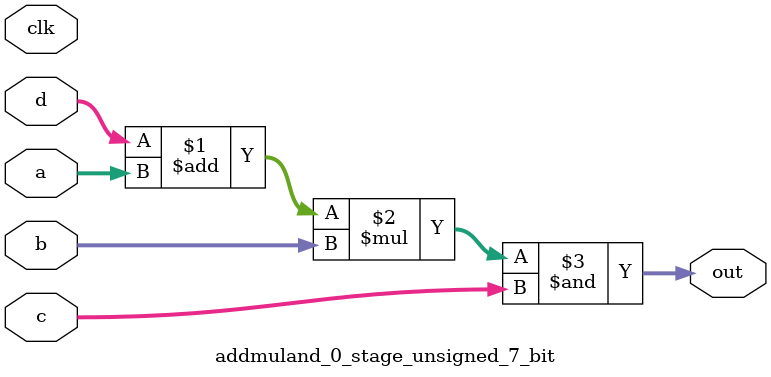
<source format=sv>
(* use_dsp = "yes" *) module addmuland_0_stage_unsigned_7_bit(
	input  [6:0] a,
	input  [6:0] b,
	input  [6:0] c,
	input  [6:0] d,
	output [6:0] out,
	input clk);

	assign out = ((d + a) * b) & c;
endmodule

</source>
